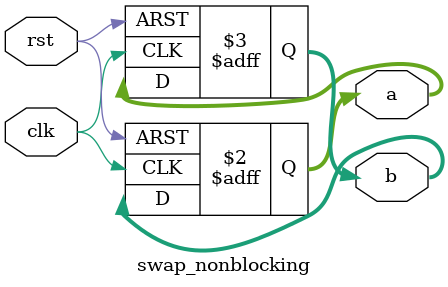
<source format=v>
module swap_nonblocking (
    input  wire clk,
    input  wire rst,
    output reg  [3:0] a,
    output reg  [3:0] b
);
always @(posedge clk or posedge rst) begin
    if (rst) begin
        a <= 4'd5;  
        b <= 4'd10;
    end else begin
        a <= b;
        b <= a;
    end
end
endmodule


/*output
meenakshi@meenakshi-Inspiron-3501:~/verilog/swap_nonblocking$ vvp swap_nonblocking.out
VCD info: dumpfile swap_nonblocking.vcd opened for output.
t=0 | clk=0 rst=1 a= 5 b=10
t=5 | clk=1 rst=1 a= 5 b=10
t=10 | clk=0 rst=0 a= 5 b=10
t=15 | clk=1 rst=0 a=10 b= 5
t=20 | clk=0 rst=0 a=10 b= 5
t=25 | clk=1 rst=0 a= 5 b=10
t=30 | clk=0 rst=0 a= 5 b=10
t=35 | clk=1 rst=0 a=10 b= 5
t=40 | clk=0 rst=0 a=10 b= 5
t=45 | clk=1 rst=0 a= 5 b=10
t=50 | clk=0 rst=0 a= 5 b=10
t=55 | clk=1 rst=0 a=10 b= 5
swap_nonblocking_tb.v:20: $finish called at 60 (1s)
t=60 | clk=0 rst=0 a=10 b= 5
*/

</source>
